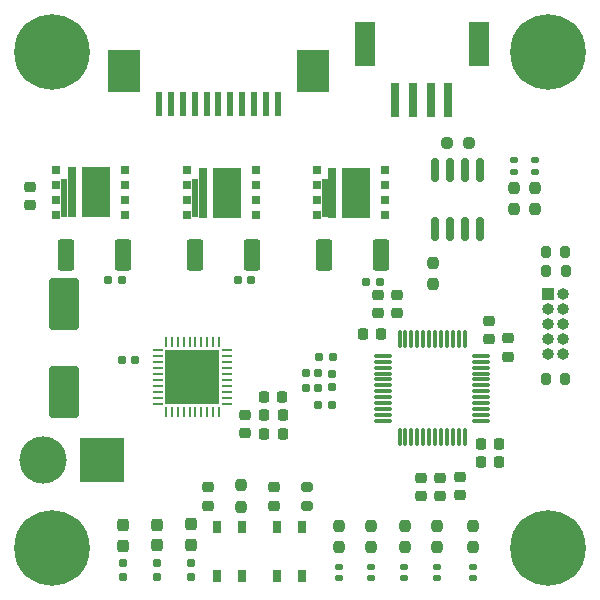
<source format=gts>
G04 #@! TF.GenerationSoftware,KiCad,Pcbnew,6.0.11-2627ca5db0~126~ubuntu20.04.1*
G04 #@! TF.CreationDate,2024-01-15T23:09:37+09:00*
G04 #@! TF.ProjectId,motor_driver,6d6f746f-725f-4647-9269-7665722e6b69,rev?*
G04 #@! TF.SameCoordinates,Original*
G04 #@! TF.FileFunction,Soldermask,Top*
G04 #@! TF.FilePolarity,Negative*
%FSLAX46Y46*%
G04 Gerber Fmt 4.6, Leading zero omitted, Abs format (unit mm)*
G04 Created by KiCad (PCBNEW 6.0.11-2627ca5db0~126~ubuntu20.04.1) date 2024-01-15 23:09:37*
%MOMM*%
%LPD*%
G01*
G04 APERTURE LIST*
G04 Aperture macros list*
%AMRoundRect*
0 Rectangle with rounded corners*
0 $1 Rounding radius*
0 $2 $3 $4 $5 $6 $7 $8 $9 X,Y pos of 4 corners*
0 Add a 4 corners polygon primitive as box body*
4,1,4,$2,$3,$4,$5,$6,$7,$8,$9,$2,$3,0*
0 Add four circle primitives for the rounded corners*
1,1,$1+$1,$2,$3*
1,1,$1+$1,$4,$5*
1,1,$1+$1,$6,$7*
1,1,$1+$1,$8,$9*
0 Add four rect primitives between the rounded corners*
20,1,$1+$1,$2,$3,$4,$5,0*
20,1,$1+$1,$4,$5,$6,$7,0*
20,1,$1+$1,$6,$7,$8,$9,0*
20,1,$1+$1,$8,$9,$2,$3,0*%
G04 Aperture macros list end*
%ADD10RoundRect,0.225000X-0.225000X-0.250000X0.225000X-0.250000X0.225000X0.250000X-0.225000X0.250000X0*%
%ADD11RoundRect,0.147500X0.172500X-0.147500X0.172500X0.147500X-0.172500X0.147500X-0.172500X-0.147500X0*%
%ADD12RoundRect,0.250000X-1.000000X1.950000X-1.000000X-1.950000X1.000000X-1.950000X1.000000X1.950000X0*%
%ADD13RoundRect,0.249999X0.450001X1.075001X-0.450001X1.075001X-0.450001X-1.075001X0.450001X-1.075001X0*%
%ADD14RoundRect,0.075000X-0.662500X-0.075000X0.662500X-0.075000X0.662500X0.075000X-0.662500X0.075000X0*%
%ADD15RoundRect,0.075000X-0.075000X-0.662500X0.075000X-0.662500X0.075000X0.662500X-0.075000X0.662500X0*%
%ADD16C,3.600000*%
%ADD17C,6.400000*%
%ADD18RoundRect,0.155000X-0.212500X-0.155000X0.212500X-0.155000X0.212500X0.155000X-0.212500X0.155000X0*%
%ADD19RoundRect,0.155000X0.212500X0.155000X-0.212500X0.155000X-0.212500X-0.155000X0.212500X-0.155000X0*%
%ADD20R,0.800000X2.900000*%
%ADD21R,1.800000X3.800000*%
%ADD22RoundRect,0.225000X-0.250000X0.225000X-0.250000X-0.225000X0.250000X-0.225000X0.250000X0.225000X0*%
%ADD23RoundRect,0.160000X0.197500X0.160000X-0.197500X0.160000X-0.197500X-0.160000X0.197500X-0.160000X0*%
%ADD24RoundRect,0.200000X-0.200000X-0.275000X0.200000X-0.275000X0.200000X0.275000X-0.200000X0.275000X0*%
%ADD25RoundRect,0.237500X0.237500X-0.250000X0.237500X0.250000X-0.237500X0.250000X-0.237500X-0.250000X0*%
%ADD26R,0.650000X1.050000*%
%ADD27RoundRect,0.175000X-0.175000X0.200000X-0.175000X-0.200000X0.175000X-0.200000X0.175000X0.200000X0*%
%ADD28R,0.610000X2.000000*%
%ADD29R,2.680000X3.600000*%
%ADD30RoundRect,0.160000X-0.160000X0.197500X-0.160000X-0.197500X0.160000X-0.197500X0.160000X0.197500X0*%
%ADD31RoundRect,0.200000X-0.275000X0.200000X-0.275000X-0.200000X0.275000X-0.200000X0.275000X0.200000X0*%
%ADD32R,3.800000X3.800000*%
%ADD33C,4.000000*%
%ADD34R,0.800000X0.750000*%
%ADD35R,2.400000X4.200000*%
%ADD36R,0.750000X4.200000*%
%ADD37R,0.550000X3.280000*%
%ADD38RoundRect,0.150000X0.150000X-0.825000X0.150000X0.825000X-0.150000X0.825000X-0.150000X-0.825000X0*%
%ADD39RoundRect,0.237500X0.237500X-0.287500X0.237500X0.287500X-0.237500X0.287500X-0.237500X-0.287500X0*%
%ADD40RoundRect,0.237500X-0.250000X-0.237500X0.250000X-0.237500X0.250000X0.237500X-0.250000X0.237500X0*%
%ADD41R,1.000000X1.000000*%
%ADD42O,1.000000X1.000000*%
%ADD43RoundRect,0.225000X0.250000X-0.225000X0.250000X0.225000X-0.250000X0.225000X-0.250000X-0.225000X0*%
%ADD44RoundRect,0.237500X-0.237500X0.250000X-0.237500X-0.250000X0.237500X-0.250000X0.237500X0.250000X0*%
%ADD45RoundRect,0.147500X-0.172500X0.147500X-0.172500X-0.147500X0.172500X-0.147500X0.172500X0.147500X0*%
%ADD46RoundRect,0.155000X-0.155000X0.212500X-0.155000X-0.212500X0.155000X-0.212500X0.155000X0.212500X0*%
%ADD47RoundRect,0.249999X-0.450001X-1.075001X0.450001X-1.075001X0.450001X1.075001X-0.450001X1.075001X0*%
%ADD48RoundRect,0.225000X0.225000X0.250000X-0.225000X0.250000X-0.225000X-0.250000X0.225000X-0.250000X0*%
%ADD49RoundRect,0.062500X0.350000X0.062500X-0.350000X0.062500X-0.350000X-0.062500X0.350000X-0.062500X0*%
%ADD50RoundRect,0.062500X0.062500X0.350000X-0.062500X0.350000X-0.062500X-0.350000X0.062500X-0.350000X0*%
%ADD51C,0.508000*%
%ADD52R,4.600000X4.600000*%
G04 APERTURE END LIST*
D10*
X112478000Y-108559600D03*
X114028000Y-108559600D03*
D11*
X124358400Y-123857100D03*
X124358400Y-122887100D03*
D12*
X95504000Y-100694000D03*
X95504000Y-108094000D03*
D13*
X122332000Y-96470380D03*
X117532000Y-96470380D03*
D14*
X122532700Y-105047600D03*
X122532700Y-105547600D03*
X122532700Y-106047600D03*
X122532700Y-106547600D03*
X122532700Y-107047600D03*
X122532700Y-107547600D03*
X122532700Y-108047600D03*
X122532700Y-108547600D03*
X122532700Y-109047600D03*
X122532700Y-109547600D03*
X122532700Y-110047600D03*
X122532700Y-110547600D03*
D15*
X123945200Y-111960100D03*
X124445200Y-111960100D03*
X124945200Y-111960100D03*
X125445200Y-111960100D03*
X125945200Y-111960100D03*
X126445200Y-111960100D03*
X126945200Y-111960100D03*
X127445200Y-111960100D03*
X127945200Y-111960100D03*
X128445200Y-111960100D03*
X128945200Y-111960100D03*
X129445200Y-111960100D03*
D14*
X130857700Y-110547600D03*
X130857700Y-110047600D03*
X130857700Y-109547600D03*
X130857700Y-109047600D03*
X130857700Y-108547600D03*
X130857700Y-108047600D03*
X130857700Y-107547600D03*
X130857700Y-107047600D03*
X130857700Y-106547600D03*
X130857700Y-106047600D03*
X130857700Y-105547600D03*
X130857700Y-105047600D03*
D15*
X129445200Y-103635100D03*
X128945200Y-103635100D03*
X128445200Y-103635100D03*
X127945200Y-103635100D03*
X127445200Y-103635100D03*
X126945200Y-103635100D03*
X126445200Y-103635100D03*
X125945200Y-103635100D03*
X125445200Y-103635100D03*
X124945200Y-103635100D03*
X124445200Y-103635100D03*
X123945200Y-103635100D03*
D16*
X94524000Y-79310400D03*
D17*
X94524000Y-79310400D03*
D10*
X112491000Y-111658400D03*
X114041000Y-111658400D03*
D18*
X121142500Y-98756380D03*
X122277500Y-98756380D03*
D19*
X100427200Y-98653600D03*
X99292200Y-98653600D03*
D20*
X128081600Y-83362800D03*
X126581600Y-83362800D03*
X125081600Y-83362800D03*
X123581600Y-83362800D03*
D21*
X130681600Y-78662800D03*
X120981600Y-78662800D03*
D22*
X129082800Y-115303000D03*
X129082800Y-116853000D03*
D23*
X118276750Y-105105200D03*
X117081750Y-105105200D03*
D24*
X136350400Y-97901600D03*
X138000400Y-97901600D03*
D25*
X135382000Y-92622400D03*
X135382000Y-90797400D03*
D19*
X118195950Y-109169200D03*
X117060950Y-109169200D03*
D26*
X110599800Y-119515885D03*
X110599800Y-123665885D03*
X108449800Y-119515885D03*
X108449800Y-123665885D03*
D27*
X117061650Y-106462200D03*
X116061650Y-106462200D03*
X117061650Y-107812200D03*
X116061650Y-107812200D03*
D25*
X133604000Y-92622400D03*
X133604000Y-90797400D03*
D28*
X113610400Y-83753600D03*
X112610400Y-83753600D03*
X111610400Y-83753600D03*
X110610400Y-83753600D03*
X109610400Y-83753600D03*
X108610400Y-83753600D03*
X107610400Y-83753600D03*
X106610400Y-83753600D03*
X105610400Y-83753600D03*
X104610400Y-83753600D03*
X103610400Y-83753600D03*
D29*
X116600400Y-80953600D03*
X100620400Y-80953600D03*
D30*
X106273600Y-122608400D03*
X106273600Y-123803400D03*
D10*
X130797000Y-112471200D03*
X132347000Y-112471200D03*
D31*
X116128800Y-116116600D03*
X116128800Y-117766600D03*
D32*
X98715200Y-113893600D03*
D33*
X93715200Y-113893600D03*
D16*
X136524000Y-79310400D03*
D17*
X136524000Y-79310400D03*
D34*
X105969400Y-89331800D03*
X105969400Y-90601800D03*
X105969400Y-91871800D03*
X105969400Y-93141800D03*
X111759400Y-93141800D03*
X111759400Y-91871800D03*
X111759400Y-90601800D03*
X111759400Y-89331800D03*
D35*
X109319400Y-91236800D03*
D36*
X107294400Y-91236800D03*
D37*
X106644400Y-91696800D03*
D38*
X126974600Y-94270600D03*
X128244600Y-94270600D03*
X129514600Y-94270600D03*
X130784600Y-94270600D03*
X130784600Y-89320600D03*
X129514600Y-89320600D03*
X128244600Y-89320600D03*
X126974600Y-89320600D03*
D39*
X106273600Y-121056400D03*
X106273600Y-119306400D03*
D25*
X126746000Y-99007300D03*
X126746000Y-97182300D03*
D40*
X127967100Y-87020400D03*
X129792100Y-87020400D03*
D25*
X130200400Y-121261500D03*
X130200400Y-119436500D03*
D22*
X127355600Y-115353800D03*
X127355600Y-116903800D03*
D41*
X136550400Y-99822000D03*
D42*
X137820400Y-99822000D03*
X136550400Y-101092000D03*
X137820400Y-101092000D03*
X136550400Y-102362000D03*
X137820400Y-102362000D03*
X136550400Y-103632000D03*
X137820400Y-103632000D03*
X136550400Y-104902000D03*
X137820400Y-104902000D03*
D24*
X136335000Y-96266000D03*
X137985000Y-96266000D03*
D43*
X92654800Y-92316600D03*
X92654800Y-90766600D03*
D44*
X110540800Y-115986985D03*
X110540800Y-117811985D03*
D43*
X131521200Y-103658000D03*
X131521200Y-102108000D03*
D44*
X124374300Y-119434600D03*
X124374300Y-121259600D03*
X127152400Y-119434600D03*
X127152400Y-121259600D03*
D11*
X121564400Y-123882000D03*
X121564400Y-122912000D03*
D45*
X130200400Y-122927900D03*
X130200400Y-123897900D03*
D24*
X136335000Y-106994800D03*
X137985000Y-106994800D03*
D11*
X127152400Y-123880100D03*
X127152400Y-122910100D03*
D34*
X116939800Y-89332980D03*
X116939800Y-90602980D03*
X116939800Y-91872980D03*
X116939800Y-93142980D03*
X122729800Y-93142980D03*
X122729800Y-91872980D03*
X122729800Y-90602980D03*
X122729800Y-89332980D03*
D35*
X120289800Y-91237980D03*
D36*
X118264800Y-91237980D03*
D37*
X117614800Y-91697980D03*
D46*
X118238050Y-106569700D03*
X118238050Y-107704700D03*
D43*
X133146800Y-105118200D03*
X133146800Y-103568200D03*
D39*
X103378000Y-121095800D03*
X103378000Y-119345800D03*
D47*
X106612400Y-96469200D03*
X111412400Y-96469200D03*
D11*
X118821200Y-123882000D03*
X118821200Y-122912000D03*
D10*
X112491000Y-110083600D03*
X114041000Y-110083600D03*
D17*
X136524000Y-121310400D03*
D16*
X136524000Y-121310400D03*
D22*
X107696000Y-116175285D03*
X107696000Y-117725285D03*
D39*
X100533200Y-121107200D03*
X100533200Y-119357200D03*
D48*
X122390200Y-103225600D03*
X120840200Y-103225600D03*
D30*
X103378000Y-122608400D03*
X103378000Y-123803400D03*
D43*
X123698000Y-101447600D03*
X123698000Y-99897600D03*
D22*
X125730000Y-115353800D03*
X125730000Y-116903800D03*
D43*
X110878400Y-111582800D03*
X110878400Y-110032800D03*
D26*
X115679800Y-119515885D03*
X115679800Y-123665885D03*
X113529800Y-119515885D03*
X113529800Y-123665885D03*
D43*
X122123200Y-101447600D03*
X122123200Y-99897600D03*
D47*
X95741200Y-96469200D03*
X100541200Y-96469200D03*
D19*
X111357900Y-98602800D03*
X110222900Y-98602800D03*
D16*
X94524000Y-121310400D03*
D17*
X94524000Y-121310400D03*
D44*
X121564400Y-119436500D03*
X121564400Y-121261500D03*
D49*
X109347300Y-109084600D03*
X109347300Y-108584600D03*
X109347300Y-108084600D03*
X109347300Y-107584600D03*
X109347300Y-107084600D03*
X109347300Y-106584600D03*
X109347300Y-106084600D03*
X109347300Y-105584600D03*
X109347300Y-105084600D03*
X109347300Y-104584600D03*
D50*
X108659800Y-103897100D03*
X108159800Y-103897100D03*
X107659800Y-103897100D03*
X107159800Y-103897100D03*
X106659800Y-103897100D03*
X106159800Y-103897100D03*
X105659800Y-103897100D03*
X105159800Y-103897100D03*
X104659800Y-103897100D03*
X104159800Y-103897100D03*
D49*
X103472300Y-104584600D03*
X103472300Y-105084600D03*
X103472300Y-105584600D03*
X103472300Y-106084600D03*
X103472300Y-106584600D03*
X103472300Y-107084600D03*
X103472300Y-107584600D03*
X103472300Y-108084600D03*
X103472300Y-108584600D03*
X103472300Y-109084600D03*
D50*
X104159800Y-109772100D03*
X104659800Y-109772100D03*
X105159800Y-109772100D03*
X105659800Y-109772100D03*
X106159800Y-109772100D03*
X106659800Y-109772100D03*
X107159800Y-109772100D03*
X107659800Y-109772100D03*
X108159800Y-109772100D03*
X108659800Y-109772100D03*
D51*
X106409800Y-106834600D03*
D52*
X106409800Y-106834600D03*
D51*
X107679800Y-106834600D03*
X105139800Y-106834600D03*
D34*
X94892800Y-89281000D03*
X94892800Y-90551000D03*
X94892800Y-91821000D03*
X94892800Y-93091000D03*
X100682800Y-93091000D03*
X100682800Y-91821000D03*
X100682800Y-90551000D03*
X100682800Y-89281000D03*
D35*
X98242800Y-91186000D03*
D36*
X96217800Y-91186000D03*
D37*
X95567800Y-91646000D03*
D45*
X135382000Y-88481700D03*
X135382000Y-89451700D03*
X133604000Y-88497600D03*
X133604000Y-89467600D03*
D44*
X118837100Y-119436500D03*
X118837100Y-121261500D03*
D10*
X130797000Y-114046000D03*
X132347000Y-114046000D03*
D22*
X113334800Y-116175285D03*
X113334800Y-117725285D03*
D30*
X100533200Y-122619800D03*
X100533200Y-123814800D03*
D19*
X101557900Y-105410000D03*
X100422900Y-105410000D03*
M02*

</source>
